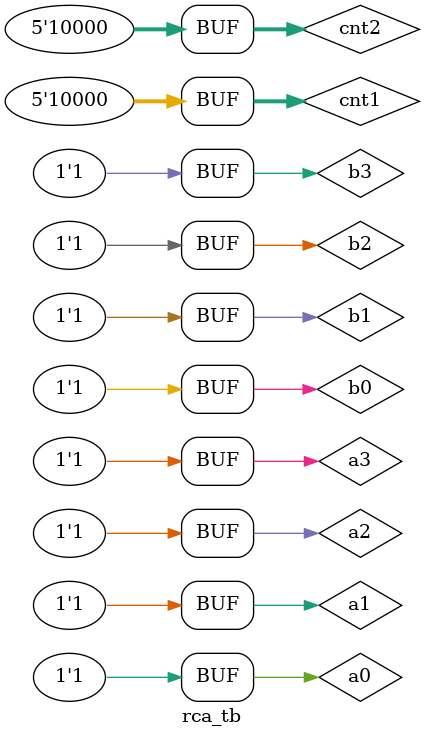
<source format=v>
module ha
(input a,b,
output s,c);

xor g1(s,a,b);

and g2(c,a,b);

endmodule

module fa
(input a,b,cin,
output s,c
);

wire c1,c2,c3;

xor g1(s,a,b,cin);

and g2(c1,a,b),
	g3(c2,b,cin),
	g4(c3,cin,a);
	
or g5(c,c1,c2,c3);

endmodule

module rca
(input a0,b0,a1,b1,a2,b2,a3,b3,
output s0,s1,s2,s3,cout
);

wire c0,c1,c2;

ha h1(a0,b0,s0,c0);

fa f1(a1,b1,c0,s1,c1),
	f2(a2,b2,c1,s2,c2),
	f3(a3,b3,c2,s3,cout);
	
endmodule

module rca_tb;
reg a0,a1,a2,a3,b0,b1,b2,b3;
wire s0,s1,s2,s3,cout;

rca r1(a0,b0,a1,b1,a2,b2,a3,b3,s0,s1,s2,s3,cout);
reg [4:0] cnt1;
reg [4:0] cnt2;

initial
begin
	for(cnt1 = 0;cnt1<16;cnt1 = cnt1 + 1)
	begin
		for(cnt2 = 0;cnt2<16;cnt2 = cnt2 + 1)
		begin
		{a3,a2,a1,a0} = cnt1;
		{b3,b2,b1,b0} = cnt2;
		#10;
		end
	end
end

endmodule
	
	


</source>
